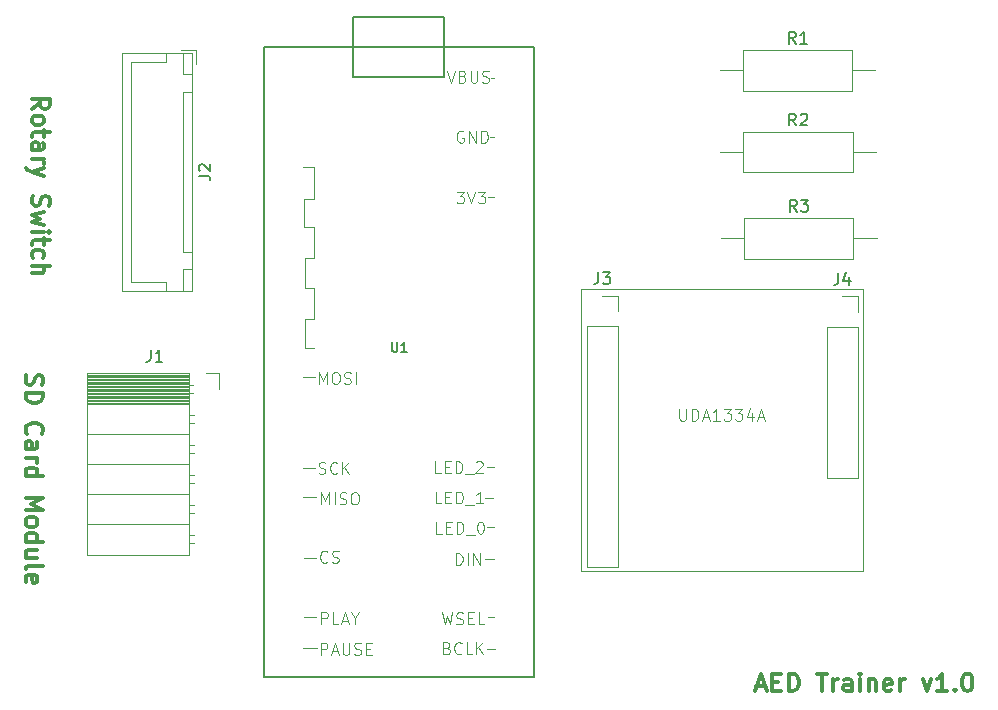
<source format=gbr>
%TF.GenerationSoftware,KiCad,Pcbnew,8.0.9-unknown-202502181922~c4009544a9~ubuntu24.04.1*%
%TF.CreationDate,2025-03-05T23:49:28+05:30*%
%TF.ProjectId,CircuitDesign_AEDTrainer,43697263-7569-4744-9465-7369676e5f41,rev?*%
%TF.SameCoordinates,Original*%
%TF.FileFunction,Legend,Top*%
%TF.FilePolarity,Positive*%
%FSLAX46Y46*%
G04 Gerber Fmt 4.6, Leading zero omitted, Abs format (unit mm)*
G04 Created by KiCad (PCBNEW 8.0.9-unknown-202502181922~c4009544a9~ubuntu24.04.1) date 2025-03-05 23:49:28*
%MOMM*%
%LPD*%
G01*
G04 APERTURE LIST*
%ADD10C,0.300000*%
%ADD11C,0.100000*%
%ADD12C,0.150000*%
%ADD13C,0.152400*%
%ADD14C,0.120000*%
G04 APERTURE END LIST*
D10*
X155558082Y-116822257D02*
X156272368Y-116822257D01*
X155415225Y-117250828D02*
X155915225Y-115750828D01*
X155915225Y-115750828D02*
X156415225Y-117250828D01*
X156915224Y-116465114D02*
X157415224Y-116465114D01*
X157629510Y-117250828D02*
X156915224Y-117250828D01*
X156915224Y-117250828D02*
X156915224Y-115750828D01*
X156915224Y-115750828D02*
X157629510Y-115750828D01*
X158272367Y-117250828D02*
X158272367Y-115750828D01*
X158272367Y-115750828D02*
X158629510Y-115750828D01*
X158629510Y-115750828D02*
X158843796Y-115822257D01*
X158843796Y-115822257D02*
X158986653Y-115965114D01*
X158986653Y-115965114D02*
X159058082Y-116107971D01*
X159058082Y-116107971D02*
X159129510Y-116393685D01*
X159129510Y-116393685D02*
X159129510Y-116607971D01*
X159129510Y-116607971D02*
X159058082Y-116893685D01*
X159058082Y-116893685D02*
X158986653Y-117036542D01*
X158986653Y-117036542D02*
X158843796Y-117179400D01*
X158843796Y-117179400D02*
X158629510Y-117250828D01*
X158629510Y-117250828D02*
X158272367Y-117250828D01*
X160700939Y-115750828D02*
X161558082Y-115750828D01*
X161129510Y-117250828D02*
X161129510Y-115750828D01*
X162058081Y-117250828D02*
X162058081Y-116250828D01*
X162058081Y-116536542D02*
X162129510Y-116393685D01*
X162129510Y-116393685D02*
X162200939Y-116322257D01*
X162200939Y-116322257D02*
X162343796Y-116250828D01*
X162343796Y-116250828D02*
X162486653Y-116250828D01*
X163629510Y-117250828D02*
X163629510Y-116465114D01*
X163629510Y-116465114D02*
X163558081Y-116322257D01*
X163558081Y-116322257D02*
X163415224Y-116250828D01*
X163415224Y-116250828D02*
X163129510Y-116250828D01*
X163129510Y-116250828D02*
X162986652Y-116322257D01*
X163629510Y-117179400D02*
X163486652Y-117250828D01*
X163486652Y-117250828D02*
X163129510Y-117250828D01*
X163129510Y-117250828D02*
X162986652Y-117179400D01*
X162986652Y-117179400D02*
X162915224Y-117036542D01*
X162915224Y-117036542D02*
X162915224Y-116893685D01*
X162915224Y-116893685D02*
X162986652Y-116750828D01*
X162986652Y-116750828D02*
X163129510Y-116679400D01*
X163129510Y-116679400D02*
X163486652Y-116679400D01*
X163486652Y-116679400D02*
X163629510Y-116607971D01*
X164343795Y-117250828D02*
X164343795Y-116250828D01*
X164343795Y-115750828D02*
X164272367Y-115822257D01*
X164272367Y-115822257D02*
X164343795Y-115893685D01*
X164343795Y-115893685D02*
X164415224Y-115822257D01*
X164415224Y-115822257D02*
X164343795Y-115750828D01*
X164343795Y-115750828D02*
X164343795Y-115893685D01*
X165058081Y-116250828D02*
X165058081Y-117250828D01*
X165058081Y-116393685D02*
X165129510Y-116322257D01*
X165129510Y-116322257D02*
X165272367Y-116250828D01*
X165272367Y-116250828D02*
X165486653Y-116250828D01*
X165486653Y-116250828D02*
X165629510Y-116322257D01*
X165629510Y-116322257D02*
X165700939Y-116465114D01*
X165700939Y-116465114D02*
X165700939Y-117250828D01*
X166986653Y-117179400D02*
X166843796Y-117250828D01*
X166843796Y-117250828D02*
X166558082Y-117250828D01*
X166558082Y-117250828D02*
X166415224Y-117179400D01*
X166415224Y-117179400D02*
X166343796Y-117036542D01*
X166343796Y-117036542D02*
X166343796Y-116465114D01*
X166343796Y-116465114D02*
X166415224Y-116322257D01*
X166415224Y-116322257D02*
X166558082Y-116250828D01*
X166558082Y-116250828D02*
X166843796Y-116250828D01*
X166843796Y-116250828D02*
X166986653Y-116322257D01*
X166986653Y-116322257D02*
X167058082Y-116465114D01*
X167058082Y-116465114D02*
X167058082Y-116607971D01*
X167058082Y-116607971D02*
X166343796Y-116750828D01*
X167700938Y-117250828D02*
X167700938Y-116250828D01*
X167700938Y-116536542D02*
X167772367Y-116393685D01*
X167772367Y-116393685D02*
X167843796Y-116322257D01*
X167843796Y-116322257D02*
X167986653Y-116250828D01*
X167986653Y-116250828D02*
X168129510Y-116250828D01*
X169629509Y-116250828D02*
X169986652Y-117250828D01*
X169986652Y-117250828D02*
X170343795Y-116250828D01*
X171700938Y-117250828D02*
X170843795Y-117250828D01*
X171272366Y-117250828D02*
X171272366Y-115750828D01*
X171272366Y-115750828D02*
X171129509Y-115965114D01*
X171129509Y-115965114D02*
X170986652Y-116107971D01*
X170986652Y-116107971D02*
X170843795Y-116179400D01*
X172343794Y-117107971D02*
X172415223Y-117179400D01*
X172415223Y-117179400D02*
X172343794Y-117250828D01*
X172343794Y-117250828D02*
X172272366Y-117179400D01*
X172272366Y-117179400D02*
X172343794Y-117107971D01*
X172343794Y-117107971D02*
X172343794Y-117250828D01*
X173343795Y-115750828D02*
X173486652Y-115750828D01*
X173486652Y-115750828D02*
X173629509Y-115822257D01*
X173629509Y-115822257D02*
X173700938Y-115893685D01*
X173700938Y-115893685D02*
X173772366Y-116036542D01*
X173772366Y-116036542D02*
X173843795Y-116322257D01*
X173843795Y-116322257D02*
X173843795Y-116679400D01*
X173843795Y-116679400D02*
X173772366Y-116965114D01*
X173772366Y-116965114D02*
X173700938Y-117107971D01*
X173700938Y-117107971D02*
X173629509Y-117179400D01*
X173629509Y-117179400D02*
X173486652Y-117250828D01*
X173486652Y-117250828D02*
X173343795Y-117250828D01*
X173343795Y-117250828D02*
X173200938Y-117179400D01*
X173200938Y-117179400D02*
X173129509Y-117107971D01*
X173129509Y-117107971D02*
X173058080Y-116965114D01*
X173058080Y-116965114D02*
X172986652Y-116679400D01*
X172986652Y-116679400D02*
X172986652Y-116322257D01*
X172986652Y-116322257D02*
X173058080Y-116036542D01*
X173058080Y-116036542D02*
X173129509Y-115893685D01*
X173129509Y-115893685D02*
X173200938Y-115822257D01*
X173200938Y-115822257D02*
X173343795Y-115750828D01*
X94224171Y-67936653D02*
X94938457Y-67436653D01*
X94224171Y-67079510D02*
X95724171Y-67079510D01*
X95724171Y-67079510D02*
X95724171Y-67650939D01*
X95724171Y-67650939D02*
X95652742Y-67793796D01*
X95652742Y-67793796D02*
X95581314Y-67865225D01*
X95581314Y-67865225D02*
X95438457Y-67936653D01*
X95438457Y-67936653D02*
X95224171Y-67936653D01*
X95224171Y-67936653D02*
X95081314Y-67865225D01*
X95081314Y-67865225D02*
X95009885Y-67793796D01*
X95009885Y-67793796D02*
X94938457Y-67650939D01*
X94938457Y-67650939D02*
X94938457Y-67079510D01*
X94224171Y-68793796D02*
X94295600Y-68650939D01*
X94295600Y-68650939D02*
X94367028Y-68579510D01*
X94367028Y-68579510D02*
X94509885Y-68508082D01*
X94509885Y-68508082D02*
X94938457Y-68508082D01*
X94938457Y-68508082D02*
X95081314Y-68579510D01*
X95081314Y-68579510D02*
X95152742Y-68650939D01*
X95152742Y-68650939D02*
X95224171Y-68793796D01*
X95224171Y-68793796D02*
X95224171Y-69008082D01*
X95224171Y-69008082D02*
X95152742Y-69150939D01*
X95152742Y-69150939D02*
X95081314Y-69222368D01*
X95081314Y-69222368D02*
X94938457Y-69293796D01*
X94938457Y-69293796D02*
X94509885Y-69293796D01*
X94509885Y-69293796D02*
X94367028Y-69222368D01*
X94367028Y-69222368D02*
X94295600Y-69150939D01*
X94295600Y-69150939D02*
X94224171Y-69008082D01*
X94224171Y-69008082D02*
X94224171Y-68793796D01*
X95224171Y-69722368D02*
X95224171Y-70293796D01*
X95724171Y-69936653D02*
X94438457Y-69936653D01*
X94438457Y-69936653D02*
X94295600Y-70008082D01*
X94295600Y-70008082D02*
X94224171Y-70150939D01*
X94224171Y-70150939D02*
X94224171Y-70293796D01*
X94224171Y-71436654D02*
X95009885Y-71436654D01*
X95009885Y-71436654D02*
X95152742Y-71365225D01*
X95152742Y-71365225D02*
X95224171Y-71222368D01*
X95224171Y-71222368D02*
X95224171Y-70936654D01*
X95224171Y-70936654D02*
X95152742Y-70793796D01*
X94295600Y-71436654D02*
X94224171Y-71293796D01*
X94224171Y-71293796D02*
X94224171Y-70936654D01*
X94224171Y-70936654D02*
X94295600Y-70793796D01*
X94295600Y-70793796D02*
X94438457Y-70722368D01*
X94438457Y-70722368D02*
X94581314Y-70722368D01*
X94581314Y-70722368D02*
X94724171Y-70793796D01*
X94724171Y-70793796D02*
X94795600Y-70936654D01*
X94795600Y-70936654D02*
X94795600Y-71293796D01*
X94795600Y-71293796D02*
X94867028Y-71436654D01*
X94224171Y-72150939D02*
X95224171Y-72150939D01*
X94938457Y-72150939D02*
X95081314Y-72222368D01*
X95081314Y-72222368D02*
X95152742Y-72293797D01*
X95152742Y-72293797D02*
X95224171Y-72436654D01*
X95224171Y-72436654D02*
X95224171Y-72579511D01*
X95224171Y-72936653D02*
X94224171Y-73293796D01*
X95224171Y-73650939D02*
X94224171Y-73293796D01*
X94224171Y-73293796D02*
X93867028Y-73150939D01*
X93867028Y-73150939D02*
X93795600Y-73079510D01*
X93795600Y-73079510D02*
X93724171Y-72936653D01*
X94295600Y-75293796D02*
X94224171Y-75508082D01*
X94224171Y-75508082D02*
X94224171Y-75865224D01*
X94224171Y-75865224D02*
X94295600Y-76008082D01*
X94295600Y-76008082D02*
X94367028Y-76079510D01*
X94367028Y-76079510D02*
X94509885Y-76150939D01*
X94509885Y-76150939D02*
X94652742Y-76150939D01*
X94652742Y-76150939D02*
X94795600Y-76079510D01*
X94795600Y-76079510D02*
X94867028Y-76008082D01*
X94867028Y-76008082D02*
X94938457Y-75865224D01*
X94938457Y-75865224D02*
X95009885Y-75579510D01*
X95009885Y-75579510D02*
X95081314Y-75436653D01*
X95081314Y-75436653D02*
X95152742Y-75365224D01*
X95152742Y-75365224D02*
X95295600Y-75293796D01*
X95295600Y-75293796D02*
X95438457Y-75293796D01*
X95438457Y-75293796D02*
X95581314Y-75365224D01*
X95581314Y-75365224D02*
X95652742Y-75436653D01*
X95652742Y-75436653D02*
X95724171Y-75579510D01*
X95724171Y-75579510D02*
X95724171Y-75936653D01*
X95724171Y-75936653D02*
X95652742Y-76150939D01*
X95224171Y-76650938D02*
X94224171Y-76936653D01*
X94224171Y-76936653D02*
X94938457Y-77222367D01*
X94938457Y-77222367D02*
X94224171Y-77508081D01*
X94224171Y-77508081D02*
X95224171Y-77793795D01*
X94224171Y-78365224D02*
X95224171Y-78365224D01*
X95724171Y-78365224D02*
X95652742Y-78293796D01*
X95652742Y-78293796D02*
X95581314Y-78365224D01*
X95581314Y-78365224D02*
X95652742Y-78436653D01*
X95652742Y-78436653D02*
X95724171Y-78365224D01*
X95724171Y-78365224D02*
X95581314Y-78365224D01*
X95224171Y-78865225D02*
X95224171Y-79436653D01*
X95724171Y-79079510D02*
X94438457Y-79079510D01*
X94438457Y-79079510D02*
X94295600Y-79150939D01*
X94295600Y-79150939D02*
X94224171Y-79293796D01*
X94224171Y-79293796D02*
X94224171Y-79436653D01*
X94295600Y-80579511D02*
X94224171Y-80436653D01*
X94224171Y-80436653D02*
X94224171Y-80150939D01*
X94224171Y-80150939D02*
X94295600Y-80008082D01*
X94295600Y-80008082D02*
X94367028Y-79936653D01*
X94367028Y-79936653D02*
X94509885Y-79865225D01*
X94509885Y-79865225D02*
X94938457Y-79865225D01*
X94938457Y-79865225D02*
X95081314Y-79936653D01*
X95081314Y-79936653D02*
X95152742Y-80008082D01*
X95152742Y-80008082D02*
X95224171Y-80150939D01*
X95224171Y-80150939D02*
X95224171Y-80436653D01*
X95224171Y-80436653D02*
X95152742Y-80579511D01*
X94224171Y-81222367D02*
X95724171Y-81222367D01*
X94224171Y-81865225D02*
X95009885Y-81865225D01*
X95009885Y-81865225D02*
X95152742Y-81793796D01*
X95152742Y-81793796D02*
X95224171Y-81650939D01*
X95224171Y-81650939D02*
X95224171Y-81436653D01*
X95224171Y-81436653D02*
X95152742Y-81293796D01*
X95152742Y-81293796D02*
X95081314Y-81222367D01*
X93745600Y-90458082D02*
X93674171Y-90672368D01*
X93674171Y-90672368D02*
X93674171Y-91029510D01*
X93674171Y-91029510D02*
X93745600Y-91172368D01*
X93745600Y-91172368D02*
X93817028Y-91243796D01*
X93817028Y-91243796D02*
X93959885Y-91315225D01*
X93959885Y-91315225D02*
X94102742Y-91315225D01*
X94102742Y-91315225D02*
X94245600Y-91243796D01*
X94245600Y-91243796D02*
X94317028Y-91172368D01*
X94317028Y-91172368D02*
X94388457Y-91029510D01*
X94388457Y-91029510D02*
X94459885Y-90743796D01*
X94459885Y-90743796D02*
X94531314Y-90600939D01*
X94531314Y-90600939D02*
X94602742Y-90529510D01*
X94602742Y-90529510D02*
X94745600Y-90458082D01*
X94745600Y-90458082D02*
X94888457Y-90458082D01*
X94888457Y-90458082D02*
X95031314Y-90529510D01*
X95031314Y-90529510D02*
X95102742Y-90600939D01*
X95102742Y-90600939D02*
X95174171Y-90743796D01*
X95174171Y-90743796D02*
X95174171Y-91100939D01*
X95174171Y-91100939D02*
X95102742Y-91315225D01*
X93674171Y-91958081D02*
X95174171Y-91958081D01*
X95174171Y-91958081D02*
X95174171Y-92315224D01*
X95174171Y-92315224D02*
X95102742Y-92529510D01*
X95102742Y-92529510D02*
X94959885Y-92672367D01*
X94959885Y-92672367D02*
X94817028Y-92743796D01*
X94817028Y-92743796D02*
X94531314Y-92815224D01*
X94531314Y-92815224D02*
X94317028Y-92815224D01*
X94317028Y-92815224D02*
X94031314Y-92743796D01*
X94031314Y-92743796D02*
X93888457Y-92672367D01*
X93888457Y-92672367D02*
X93745600Y-92529510D01*
X93745600Y-92529510D02*
X93674171Y-92315224D01*
X93674171Y-92315224D02*
X93674171Y-91958081D01*
X93817028Y-95458081D02*
X93745600Y-95386653D01*
X93745600Y-95386653D02*
X93674171Y-95172367D01*
X93674171Y-95172367D02*
X93674171Y-95029510D01*
X93674171Y-95029510D02*
X93745600Y-94815224D01*
X93745600Y-94815224D02*
X93888457Y-94672367D01*
X93888457Y-94672367D02*
X94031314Y-94600938D01*
X94031314Y-94600938D02*
X94317028Y-94529510D01*
X94317028Y-94529510D02*
X94531314Y-94529510D01*
X94531314Y-94529510D02*
X94817028Y-94600938D01*
X94817028Y-94600938D02*
X94959885Y-94672367D01*
X94959885Y-94672367D02*
X95102742Y-94815224D01*
X95102742Y-94815224D02*
X95174171Y-95029510D01*
X95174171Y-95029510D02*
X95174171Y-95172367D01*
X95174171Y-95172367D02*
X95102742Y-95386653D01*
X95102742Y-95386653D02*
X95031314Y-95458081D01*
X93674171Y-96743796D02*
X94459885Y-96743796D01*
X94459885Y-96743796D02*
X94602742Y-96672367D01*
X94602742Y-96672367D02*
X94674171Y-96529510D01*
X94674171Y-96529510D02*
X94674171Y-96243796D01*
X94674171Y-96243796D02*
X94602742Y-96100938D01*
X93745600Y-96743796D02*
X93674171Y-96600938D01*
X93674171Y-96600938D02*
X93674171Y-96243796D01*
X93674171Y-96243796D02*
X93745600Y-96100938D01*
X93745600Y-96100938D02*
X93888457Y-96029510D01*
X93888457Y-96029510D02*
X94031314Y-96029510D01*
X94031314Y-96029510D02*
X94174171Y-96100938D01*
X94174171Y-96100938D02*
X94245600Y-96243796D01*
X94245600Y-96243796D02*
X94245600Y-96600938D01*
X94245600Y-96600938D02*
X94317028Y-96743796D01*
X93674171Y-97458081D02*
X94674171Y-97458081D01*
X94388457Y-97458081D02*
X94531314Y-97529510D01*
X94531314Y-97529510D02*
X94602742Y-97600939D01*
X94602742Y-97600939D02*
X94674171Y-97743796D01*
X94674171Y-97743796D02*
X94674171Y-97886653D01*
X93674171Y-99029510D02*
X95174171Y-99029510D01*
X93745600Y-99029510D02*
X93674171Y-98886652D01*
X93674171Y-98886652D02*
X93674171Y-98600938D01*
X93674171Y-98600938D02*
X93745600Y-98458081D01*
X93745600Y-98458081D02*
X93817028Y-98386652D01*
X93817028Y-98386652D02*
X93959885Y-98315224D01*
X93959885Y-98315224D02*
X94388457Y-98315224D01*
X94388457Y-98315224D02*
X94531314Y-98386652D01*
X94531314Y-98386652D02*
X94602742Y-98458081D01*
X94602742Y-98458081D02*
X94674171Y-98600938D01*
X94674171Y-98600938D02*
X94674171Y-98886652D01*
X94674171Y-98886652D02*
X94602742Y-99029510D01*
X93674171Y-100886652D02*
X95174171Y-100886652D01*
X95174171Y-100886652D02*
X94102742Y-101386652D01*
X94102742Y-101386652D02*
X95174171Y-101886652D01*
X95174171Y-101886652D02*
X93674171Y-101886652D01*
X93674171Y-102815224D02*
X93745600Y-102672367D01*
X93745600Y-102672367D02*
X93817028Y-102600938D01*
X93817028Y-102600938D02*
X93959885Y-102529510D01*
X93959885Y-102529510D02*
X94388457Y-102529510D01*
X94388457Y-102529510D02*
X94531314Y-102600938D01*
X94531314Y-102600938D02*
X94602742Y-102672367D01*
X94602742Y-102672367D02*
X94674171Y-102815224D01*
X94674171Y-102815224D02*
X94674171Y-103029510D01*
X94674171Y-103029510D02*
X94602742Y-103172367D01*
X94602742Y-103172367D02*
X94531314Y-103243796D01*
X94531314Y-103243796D02*
X94388457Y-103315224D01*
X94388457Y-103315224D02*
X93959885Y-103315224D01*
X93959885Y-103315224D02*
X93817028Y-103243796D01*
X93817028Y-103243796D02*
X93745600Y-103172367D01*
X93745600Y-103172367D02*
X93674171Y-103029510D01*
X93674171Y-103029510D02*
X93674171Y-102815224D01*
X93674171Y-104600939D02*
X95174171Y-104600939D01*
X93745600Y-104600939D02*
X93674171Y-104458081D01*
X93674171Y-104458081D02*
X93674171Y-104172367D01*
X93674171Y-104172367D02*
X93745600Y-104029510D01*
X93745600Y-104029510D02*
X93817028Y-103958081D01*
X93817028Y-103958081D02*
X93959885Y-103886653D01*
X93959885Y-103886653D02*
X94388457Y-103886653D01*
X94388457Y-103886653D02*
X94531314Y-103958081D01*
X94531314Y-103958081D02*
X94602742Y-104029510D01*
X94602742Y-104029510D02*
X94674171Y-104172367D01*
X94674171Y-104172367D02*
X94674171Y-104458081D01*
X94674171Y-104458081D02*
X94602742Y-104600939D01*
X94674171Y-105958082D02*
X93674171Y-105958082D01*
X94674171Y-105315224D02*
X93888457Y-105315224D01*
X93888457Y-105315224D02*
X93745600Y-105386653D01*
X93745600Y-105386653D02*
X93674171Y-105529510D01*
X93674171Y-105529510D02*
X93674171Y-105743796D01*
X93674171Y-105743796D02*
X93745600Y-105886653D01*
X93745600Y-105886653D02*
X93817028Y-105958082D01*
X93674171Y-106886653D02*
X93745600Y-106743796D01*
X93745600Y-106743796D02*
X93888457Y-106672367D01*
X93888457Y-106672367D02*
X95174171Y-106672367D01*
X93745600Y-108029510D02*
X93674171Y-107886653D01*
X93674171Y-107886653D02*
X93674171Y-107600939D01*
X93674171Y-107600939D02*
X93745600Y-107458081D01*
X93745600Y-107458081D02*
X93888457Y-107386653D01*
X93888457Y-107386653D02*
X94459885Y-107386653D01*
X94459885Y-107386653D02*
X94602742Y-107458081D01*
X94602742Y-107458081D02*
X94674171Y-107600939D01*
X94674171Y-107600939D02*
X94674171Y-107886653D01*
X94674171Y-107886653D02*
X94602742Y-108029510D01*
X94602742Y-108029510D02*
X94459885Y-108100939D01*
X94459885Y-108100939D02*
X94317028Y-108100939D01*
X94317028Y-108100939D02*
X94174171Y-107386653D01*
D11*
X149028884Y-93322419D02*
X149028884Y-94131942D01*
X149028884Y-94131942D02*
X149076503Y-94227180D01*
X149076503Y-94227180D02*
X149124122Y-94274800D01*
X149124122Y-94274800D02*
X149219360Y-94322419D01*
X149219360Y-94322419D02*
X149409836Y-94322419D01*
X149409836Y-94322419D02*
X149505074Y-94274800D01*
X149505074Y-94274800D02*
X149552693Y-94227180D01*
X149552693Y-94227180D02*
X149600312Y-94131942D01*
X149600312Y-94131942D02*
X149600312Y-93322419D01*
X150076503Y-94322419D02*
X150076503Y-93322419D01*
X150076503Y-93322419D02*
X150314598Y-93322419D01*
X150314598Y-93322419D02*
X150457455Y-93370038D01*
X150457455Y-93370038D02*
X150552693Y-93465276D01*
X150552693Y-93465276D02*
X150600312Y-93560514D01*
X150600312Y-93560514D02*
X150647931Y-93750990D01*
X150647931Y-93750990D02*
X150647931Y-93893847D01*
X150647931Y-93893847D02*
X150600312Y-94084323D01*
X150600312Y-94084323D02*
X150552693Y-94179561D01*
X150552693Y-94179561D02*
X150457455Y-94274800D01*
X150457455Y-94274800D02*
X150314598Y-94322419D01*
X150314598Y-94322419D02*
X150076503Y-94322419D01*
X151028884Y-94036704D02*
X151505074Y-94036704D01*
X150933646Y-94322419D02*
X151266979Y-93322419D01*
X151266979Y-93322419D02*
X151600312Y-94322419D01*
X152457455Y-94322419D02*
X151886027Y-94322419D01*
X152171741Y-94322419D02*
X152171741Y-93322419D01*
X152171741Y-93322419D02*
X152076503Y-93465276D01*
X152076503Y-93465276D02*
X151981265Y-93560514D01*
X151981265Y-93560514D02*
X151886027Y-93608133D01*
X152790789Y-93322419D02*
X153409836Y-93322419D01*
X153409836Y-93322419D02*
X153076503Y-93703371D01*
X153076503Y-93703371D02*
X153219360Y-93703371D01*
X153219360Y-93703371D02*
X153314598Y-93750990D01*
X153314598Y-93750990D02*
X153362217Y-93798609D01*
X153362217Y-93798609D02*
X153409836Y-93893847D01*
X153409836Y-93893847D02*
X153409836Y-94131942D01*
X153409836Y-94131942D02*
X153362217Y-94227180D01*
X153362217Y-94227180D02*
X153314598Y-94274800D01*
X153314598Y-94274800D02*
X153219360Y-94322419D01*
X153219360Y-94322419D02*
X152933646Y-94322419D01*
X152933646Y-94322419D02*
X152838408Y-94274800D01*
X152838408Y-94274800D02*
X152790789Y-94227180D01*
X153743170Y-93322419D02*
X154362217Y-93322419D01*
X154362217Y-93322419D02*
X154028884Y-93703371D01*
X154028884Y-93703371D02*
X154171741Y-93703371D01*
X154171741Y-93703371D02*
X154266979Y-93750990D01*
X154266979Y-93750990D02*
X154314598Y-93798609D01*
X154314598Y-93798609D02*
X154362217Y-93893847D01*
X154362217Y-93893847D02*
X154362217Y-94131942D01*
X154362217Y-94131942D02*
X154314598Y-94227180D01*
X154314598Y-94227180D02*
X154266979Y-94274800D01*
X154266979Y-94274800D02*
X154171741Y-94322419D01*
X154171741Y-94322419D02*
X153886027Y-94322419D01*
X153886027Y-94322419D02*
X153790789Y-94274800D01*
X153790789Y-94274800D02*
X153743170Y-94227180D01*
X155219360Y-93655752D02*
X155219360Y-94322419D01*
X154981265Y-93274800D02*
X154743170Y-93989085D01*
X154743170Y-93989085D02*
X155362217Y-93989085D01*
X155695551Y-94036704D02*
X156171741Y-94036704D01*
X155600313Y-94322419D02*
X155933646Y-93322419D01*
X155933646Y-93322419D02*
X156266979Y-94322419D01*
X140700000Y-83225000D02*
X164575000Y-83225000D01*
X164575000Y-107100000D01*
X140700000Y-107100000D01*
X140700000Y-83225000D01*
D12*
X124701274Y-87710265D02*
X124701274Y-88347686D01*
X124701274Y-88347686D02*
X124738770Y-88422676D01*
X124738770Y-88422676D02*
X124776265Y-88460172D01*
X124776265Y-88460172D02*
X124851256Y-88497667D01*
X124851256Y-88497667D02*
X125001237Y-88497667D01*
X125001237Y-88497667D02*
X125076228Y-88460172D01*
X125076228Y-88460172D02*
X125113723Y-88422676D01*
X125113723Y-88422676D02*
X125151218Y-88347686D01*
X125151218Y-88347686D02*
X125151218Y-87710265D01*
X125938620Y-88497667D02*
X125488676Y-88497667D01*
X125713648Y-88497667D02*
X125713648Y-87710265D01*
X125713648Y-87710265D02*
X125638657Y-87822751D01*
X125638657Y-87822751D02*
X125563667Y-87897742D01*
X125563667Y-87897742D02*
X125488676Y-87935237D01*
D11*
X128851274Y-98773619D02*
X128375084Y-98773619D01*
X128375084Y-98773619D02*
X128375084Y-97773619D01*
X129184608Y-98249809D02*
X129517941Y-98249809D01*
X129660798Y-98773619D02*
X129184608Y-98773619D01*
X129184608Y-98773619D02*
X129184608Y-97773619D01*
X129184608Y-97773619D02*
X129660798Y-97773619D01*
X130089370Y-98773619D02*
X130089370Y-97773619D01*
X130089370Y-97773619D02*
X130327465Y-97773619D01*
X130327465Y-97773619D02*
X130470322Y-97821238D01*
X130470322Y-97821238D02*
X130565560Y-97916476D01*
X130565560Y-97916476D02*
X130613179Y-98011714D01*
X130613179Y-98011714D02*
X130660798Y-98202190D01*
X130660798Y-98202190D02*
X130660798Y-98345047D01*
X130660798Y-98345047D02*
X130613179Y-98535523D01*
X130613179Y-98535523D02*
X130565560Y-98630761D01*
X130565560Y-98630761D02*
X130470322Y-98726000D01*
X130470322Y-98726000D02*
X130327465Y-98773619D01*
X130327465Y-98773619D02*
X130089370Y-98773619D01*
X130851275Y-98868857D02*
X131613179Y-98868857D01*
X131803656Y-97868857D02*
X131851275Y-97821238D01*
X131851275Y-97821238D02*
X131946513Y-97773619D01*
X131946513Y-97773619D02*
X132184608Y-97773619D01*
X132184608Y-97773619D02*
X132279846Y-97821238D01*
X132279846Y-97821238D02*
X132327465Y-97868857D01*
X132327465Y-97868857D02*
X132375084Y-97964095D01*
X132375084Y-97964095D02*
X132375084Y-98059333D01*
X132375084Y-98059333D02*
X132327465Y-98202190D01*
X132327465Y-98202190D02*
X131756037Y-98773619D01*
X131756037Y-98773619D02*
X132375084Y-98773619D01*
X118497465Y-98786000D02*
X118640322Y-98833619D01*
X118640322Y-98833619D02*
X118878417Y-98833619D01*
X118878417Y-98833619D02*
X118973655Y-98786000D01*
X118973655Y-98786000D02*
X119021274Y-98738380D01*
X119021274Y-98738380D02*
X119068893Y-98643142D01*
X119068893Y-98643142D02*
X119068893Y-98547904D01*
X119068893Y-98547904D02*
X119021274Y-98452666D01*
X119021274Y-98452666D02*
X118973655Y-98405047D01*
X118973655Y-98405047D02*
X118878417Y-98357428D01*
X118878417Y-98357428D02*
X118687941Y-98309809D01*
X118687941Y-98309809D02*
X118592703Y-98262190D01*
X118592703Y-98262190D02*
X118545084Y-98214571D01*
X118545084Y-98214571D02*
X118497465Y-98119333D01*
X118497465Y-98119333D02*
X118497465Y-98024095D01*
X118497465Y-98024095D02*
X118545084Y-97928857D01*
X118545084Y-97928857D02*
X118592703Y-97881238D01*
X118592703Y-97881238D02*
X118687941Y-97833619D01*
X118687941Y-97833619D02*
X118926036Y-97833619D01*
X118926036Y-97833619D02*
X119068893Y-97881238D01*
X120068893Y-98738380D02*
X120021274Y-98786000D01*
X120021274Y-98786000D02*
X119878417Y-98833619D01*
X119878417Y-98833619D02*
X119783179Y-98833619D01*
X119783179Y-98833619D02*
X119640322Y-98786000D01*
X119640322Y-98786000D02*
X119545084Y-98690761D01*
X119545084Y-98690761D02*
X119497465Y-98595523D01*
X119497465Y-98595523D02*
X119449846Y-98405047D01*
X119449846Y-98405047D02*
X119449846Y-98262190D01*
X119449846Y-98262190D02*
X119497465Y-98071714D01*
X119497465Y-98071714D02*
X119545084Y-97976476D01*
X119545084Y-97976476D02*
X119640322Y-97881238D01*
X119640322Y-97881238D02*
X119783179Y-97833619D01*
X119783179Y-97833619D02*
X119878417Y-97833619D01*
X119878417Y-97833619D02*
X120021274Y-97881238D01*
X120021274Y-97881238D02*
X120068893Y-97928857D01*
X120497465Y-98833619D02*
X120497465Y-97833619D01*
X121068893Y-98833619D02*
X120640322Y-98262190D01*
X121068893Y-97833619D02*
X120497465Y-98405047D01*
X129358417Y-113579809D02*
X129501274Y-113627428D01*
X129501274Y-113627428D02*
X129548893Y-113675047D01*
X129548893Y-113675047D02*
X129596512Y-113770285D01*
X129596512Y-113770285D02*
X129596512Y-113913142D01*
X129596512Y-113913142D02*
X129548893Y-114008380D01*
X129548893Y-114008380D02*
X129501274Y-114056000D01*
X129501274Y-114056000D02*
X129406036Y-114103619D01*
X129406036Y-114103619D02*
X129025084Y-114103619D01*
X129025084Y-114103619D02*
X129025084Y-113103619D01*
X129025084Y-113103619D02*
X129358417Y-113103619D01*
X129358417Y-113103619D02*
X129453655Y-113151238D01*
X129453655Y-113151238D02*
X129501274Y-113198857D01*
X129501274Y-113198857D02*
X129548893Y-113294095D01*
X129548893Y-113294095D02*
X129548893Y-113389333D01*
X129548893Y-113389333D02*
X129501274Y-113484571D01*
X129501274Y-113484571D02*
X129453655Y-113532190D01*
X129453655Y-113532190D02*
X129358417Y-113579809D01*
X129358417Y-113579809D02*
X129025084Y-113579809D01*
X130596512Y-114008380D02*
X130548893Y-114056000D01*
X130548893Y-114056000D02*
X130406036Y-114103619D01*
X130406036Y-114103619D02*
X130310798Y-114103619D01*
X130310798Y-114103619D02*
X130167941Y-114056000D01*
X130167941Y-114056000D02*
X130072703Y-113960761D01*
X130072703Y-113960761D02*
X130025084Y-113865523D01*
X130025084Y-113865523D02*
X129977465Y-113675047D01*
X129977465Y-113675047D02*
X129977465Y-113532190D01*
X129977465Y-113532190D02*
X130025084Y-113341714D01*
X130025084Y-113341714D02*
X130072703Y-113246476D01*
X130072703Y-113246476D02*
X130167941Y-113151238D01*
X130167941Y-113151238D02*
X130310798Y-113103619D01*
X130310798Y-113103619D02*
X130406036Y-113103619D01*
X130406036Y-113103619D02*
X130548893Y-113151238D01*
X130548893Y-113151238D02*
X130596512Y-113198857D01*
X131501274Y-114103619D02*
X131025084Y-114103619D01*
X131025084Y-114103619D02*
X131025084Y-113103619D01*
X131834608Y-114103619D02*
X131834608Y-113103619D01*
X132406036Y-114103619D02*
X131977465Y-113532190D01*
X132406036Y-113103619D02*
X131834608Y-113675047D01*
X119236512Y-106268380D02*
X119188893Y-106316000D01*
X119188893Y-106316000D02*
X119046036Y-106363619D01*
X119046036Y-106363619D02*
X118950798Y-106363619D01*
X118950798Y-106363619D02*
X118807941Y-106316000D01*
X118807941Y-106316000D02*
X118712703Y-106220761D01*
X118712703Y-106220761D02*
X118665084Y-106125523D01*
X118665084Y-106125523D02*
X118617465Y-105935047D01*
X118617465Y-105935047D02*
X118617465Y-105792190D01*
X118617465Y-105792190D02*
X118665084Y-105601714D01*
X118665084Y-105601714D02*
X118712703Y-105506476D01*
X118712703Y-105506476D02*
X118807941Y-105411238D01*
X118807941Y-105411238D02*
X118950798Y-105363619D01*
X118950798Y-105363619D02*
X119046036Y-105363619D01*
X119046036Y-105363619D02*
X119188893Y-105411238D01*
X119188893Y-105411238D02*
X119236512Y-105458857D01*
X119617465Y-106316000D02*
X119760322Y-106363619D01*
X119760322Y-106363619D02*
X119998417Y-106363619D01*
X119998417Y-106363619D02*
X120093655Y-106316000D01*
X120093655Y-106316000D02*
X120141274Y-106268380D01*
X120141274Y-106268380D02*
X120188893Y-106173142D01*
X120188893Y-106173142D02*
X120188893Y-106077904D01*
X120188893Y-106077904D02*
X120141274Y-105982666D01*
X120141274Y-105982666D02*
X120093655Y-105935047D01*
X120093655Y-105935047D02*
X119998417Y-105887428D01*
X119998417Y-105887428D02*
X119807941Y-105839809D01*
X119807941Y-105839809D02*
X119712703Y-105792190D01*
X119712703Y-105792190D02*
X119665084Y-105744571D01*
X119665084Y-105744571D02*
X119617465Y-105649333D01*
X119617465Y-105649333D02*
X119617465Y-105554095D01*
X119617465Y-105554095D02*
X119665084Y-105458857D01*
X119665084Y-105458857D02*
X119712703Y-105411238D01*
X119712703Y-105411238D02*
X119807941Y-105363619D01*
X119807941Y-105363619D02*
X120046036Y-105363619D01*
X120046036Y-105363619D02*
X120188893Y-105411238D01*
X129352227Y-64713619D02*
X129685560Y-65713619D01*
X129685560Y-65713619D02*
X130018893Y-64713619D01*
X130685560Y-65189809D02*
X130828417Y-65237428D01*
X130828417Y-65237428D02*
X130876036Y-65285047D01*
X130876036Y-65285047D02*
X130923655Y-65380285D01*
X130923655Y-65380285D02*
X130923655Y-65523142D01*
X130923655Y-65523142D02*
X130876036Y-65618380D01*
X130876036Y-65618380D02*
X130828417Y-65666000D01*
X130828417Y-65666000D02*
X130733179Y-65713619D01*
X130733179Y-65713619D02*
X130352227Y-65713619D01*
X130352227Y-65713619D02*
X130352227Y-64713619D01*
X130352227Y-64713619D02*
X130685560Y-64713619D01*
X130685560Y-64713619D02*
X130780798Y-64761238D01*
X130780798Y-64761238D02*
X130828417Y-64808857D01*
X130828417Y-64808857D02*
X130876036Y-64904095D01*
X130876036Y-64904095D02*
X130876036Y-64999333D01*
X130876036Y-64999333D02*
X130828417Y-65094571D01*
X130828417Y-65094571D02*
X130780798Y-65142190D01*
X130780798Y-65142190D02*
X130685560Y-65189809D01*
X130685560Y-65189809D02*
X130352227Y-65189809D01*
X131352227Y-64713619D02*
X131352227Y-65523142D01*
X131352227Y-65523142D02*
X131399846Y-65618380D01*
X131399846Y-65618380D02*
X131447465Y-65666000D01*
X131447465Y-65666000D02*
X131542703Y-65713619D01*
X131542703Y-65713619D02*
X131733179Y-65713619D01*
X131733179Y-65713619D02*
X131828417Y-65666000D01*
X131828417Y-65666000D02*
X131876036Y-65618380D01*
X131876036Y-65618380D02*
X131923655Y-65523142D01*
X131923655Y-65523142D02*
X131923655Y-64713619D01*
X132352227Y-65666000D02*
X132495084Y-65713619D01*
X132495084Y-65713619D02*
X132733179Y-65713619D01*
X132733179Y-65713619D02*
X132828417Y-65666000D01*
X132828417Y-65666000D02*
X132876036Y-65618380D01*
X132876036Y-65618380D02*
X132923655Y-65523142D01*
X132923655Y-65523142D02*
X132923655Y-65427904D01*
X132923655Y-65427904D02*
X132876036Y-65332666D01*
X132876036Y-65332666D02*
X132828417Y-65285047D01*
X132828417Y-65285047D02*
X132733179Y-65237428D01*
X132733179Y-65237428D02*
X132542703Y-65189809D01*
X132542703Y-65189809D02*
X132447465Y-65142190D01*
X132447465Y-65142190D02*
X132399846Y-65094571D01*
X132399846Y-65094571D02*
X132352227Y-64999333D01*
X132352227Y-64999333D02*
X132352227Y-64904095D01*
X132352227Y-64904095D02*
X132399846Y-64808857D01*
X132399846Y-64808857D02*
X132447465Y-64761238D01*
X132447465Y-64761238D02*
X132542703Y-64713619D01*
X132542703Y-64713619D02*
X132780798Y-64713619D01*
X132780798Y-64713619D02*
X132923655Y-64761238D01*
X118505084Y-91233619D02*
X118505084Y-90233619D01*
X118505084Y-90233619D02*
X118838417Y-90947904D01*
X118838417Y-90947904D02*
X119171750Y-90233619D01*
X119171750Y-90233619D02*
X119171750Y-91233619D01*
X119838417Y-90233619D02*
X120028893Y-90233619D01*
X120028893Y-90233619D02*
X120124131Y-90281238D01*
X120124131Y-90281238D02*
X120219369Y-90376476D01*
X120219369Y-90376476D02*
X120266988Y-90566952D01*
X120266988Y-90566952D02*
X120266988Y-90900285D01*
X120266988Y-90900285D02*
X120219369Y-91090761D01*
X120219369Y-91090761D02*
X120124131Y-91186000D01*
X120124131Y-91186000D02*
X120028893Y-91233619D01*
X120028893Y-91233619D02*
X119838417Y-91233619D01*
X119838417Y-91233619D02*
X119743179Y-91186000D01*
X119743179Y-91186000D02*
X119647941Y-91090761D01*
X119647941Y-91090761D02*
X119600322Y-90900285D01*
X119600322Y-90900285D02*
X119600322Y-90566952D01*
X119600322Y-90566952D02*
X119647941Y-90376476D01*
X119647941Y-90376476D02*
X119743179Y-90281238D01*
X119743179Y-90281238D02*
X119838417Y-90233619D01*
X120647941Y-91186000D02*
X120790798Y-91233619D01*
X120790798Y-91233619D02*
X121028893Y-91233619D01*
X121028893Y-91233619D02*
X121124131Y-91186000D01*
X121124131Y-91186000D02*
X121171750Y-91138380D01*
X121171750Y-91138380D02*
X121219369Y-91043142D01*
X121219369Y-91043142D02*
X121219369Y-90947904D01*
X121219369Y-90947904D02*
X121171750Y-90852666D01*
X121171750Y-90852666D02*
X121124131Y-90805047D01*
X121124131Y-90805047D02*
X121028893Y-90757428D01*
X121028893Y-90757428D02*
X120838417Y-90709809D01*
X120838417Y-90709809D02*
X120743179Y-90662190D01*
X120743179Y-90662190D02*
X120695560Y-90614571D01*
X120695560Y-90614571D02*
X120647941Y-90519333D01*
X120647941Y-90519333D02*
X120647941Y-90424095D01*
X120647941Y-90424095D02*
X120695560Y-90328857D01*
X120695560Y-90328857D02*
X120743179Y-90281238D01*
X120743179Y-90281238D02*
X120838417Y-90233619D01*
X120838417Y-90233619D02*
X121076512Y-90233619D01*
X121076512Y-90233619D02*
X121219369Y-90281238D01*
X121647941Y-91233619D02*
X121647941Y-90233619D01*
X128941274Y-103893619D02*
X128465084Y-103893619D01*
X128465084Y-103893619D02*
X128465084Y-102893619D01*
X129274608Y-103369809D02*
X129607941Y-103369809D01*
X129750798Y-103893619D02*
X129274608Y-103893619D01*
X129274608Y-103893619D02*
X129274608Y-102893619D01*
X129274608Y-102893619D02*
X129750798Y-102893619D01*
X130179370Y-103893619D02*
X130179370Y-102893619D01*
X130179370Y-102893619D02*
X130417465Y-102893619D01*
X130417465Y-102893619D02*
X130560322Y-102941238D01*
X130560322Y-102941238D02*
X130655560Y-103036476D01*
X130655560Y-103036476D02*
X130703179Y-103131714D01*
X130703179Y-103131714D02*
X130750798Y-103322190D01*
X130750798Y-103322190D02*
X130750798Y-103465047D01*
X130750798Y-103465047D02*
X130703179Y-103655523D01*
X130703179Y-103655523D02*
X130655560Y-103750761D01*
X130655560Y-103750761D02*
X130560322Y-103846000D01*
X130560322Y-103846000D02*
X130417465Y-103893619D01*
X130417465Y-103893619D02*
X130179370Y-103893619D01*
X130941275Y-103988857D02*
X131703179Y-103988857D01*
X132131751Y-102893619D02*
X132226989Y-102893619D01*
X132226989Y-102893619D02*
X132322227Y-102941238D01*
X132322227Y-102941238D02*
X132369846Y-102988857D01*
X132369846Y-102988857D02*
X132417465Y-103084095D01*
X132417465Y-103084095D02*
X132465084Y-103274571D01*
X132465084Y-103274571D02*
X132465084Y-103512666D01*
X132465084Y-103512666D02*
X132417465Y-103703142D01*
X132417465Y-103703142D02*
X132369846Y-103798380D01*
X132369846Y-103798380D02*
X132322227Y-103846000D01*
X132322227Y-103846000D02*
X132226989Y-103893619D01*
X132226989Y-103893619D02*
X132131751Y-103893619D01*
X132131751Y-103893619D02*
X132036513Y-103846000D01*
X132036513Y-103846000D02*
X131988894Y-103798380D01*
X131988894Y-103798380D02*
X131941275Y-103703142D01*
X131941275Y-103703142D02*
X131893656Y-103512666D01*
X131893656Y-103512666D02*
X131893656Y-103274571D01*
X131893656Y-103274571D02*
X131941275Y-103084095D01*
X131941275Y-103084095D02*
X131988894Y-102988857D01*
X131988894Y-102988857D02*
X132036513Y-102941238D01*
X132036513Y-102941238D02*
X132131751Y-102893619D01*
X130105084Y-106563619D02*
X130105084Y-105563619D01*
X130105084Y-105563619D02*
X130343179Y-105563619D01*
X130343179Y-105563619D02*
X130486036Y-105611238D01*
X130486036Y-105611238D02*
X130581274Y-105706476D01*
X130581274Y-105706476D02*
X130628893Y-105801714D01*
X130628893Y-105801714D02*
X130676512Y-105992190D01*
X130676512Y-105992190D02*
X130676512Y-106135047D01*
X130676512Y-106135047D02*
X130628893Y-106325523D01*
X130628893Y-106325523D02*
X130581274Y-106420761D01*
X130581274Y-106420761D02*
X130486036Y-106516000D01*
X130486036Y-106516000D02*
X130343179Y-106563619D01*
X130343179Y-106563619D02*
X130105084Y-106563619D01*
X131105084Y-106563619D02*
X131105084Y-105563619D01*
X131581274Y-106563619D02*
X131581274Y-105563619D01*
X131581274Y-105563619D02*
X132152702Y-106563619D01*
X132152702Y-106563619D02*
X132152702Y-105563619D01*
X118695084Y-101413619D02*
X118695084Y-100413619D01*
X118695084Y-100413619D02*
X119028417Y-101127904D01*
X119028417Y-101127904D02*
X119361750Y-100413619D01*
X119361750Y-100413619D02*
X119361750Y-101413619D01*
X119837941Y-101413619D02*
X119837941Y-100413619D01*
X120266512Y-101366000D02*
X120409369Y-101413619D01*
X120409369Y-101413619D02*
X120647464Y-101413619D01*
X120647464Y-101413619D02*
X120742702Y-101366000D01*
X120742702Y-101366000D02*
X120790321Y-101318380D01*
X120790321Y-101318380D02*
X120837940Y-101223142D01*
X120837940Y-101223142D02*
X120837940Y-101127904D01*
X120837940Y-101127904D02*
X120790321Y-101032666D01*
X120790321Y-101032666D02*
X120742702Y-100985047D01*
X120742702Y-100985047D02*
X120647464Y-100937428D01*
X120647464Y-100937428D02*
X120456988Y-100889809D01*
X120456988Y-100889809D02*
X120361750Y-100842190D01*
X120361750Y-100842190D02*
X120314131Y-100794571D01*
X120314131Y-100794571D02*
X120266512Y-100699333D01*
X120266512Y-100699333D02*
X120266512Y-100604095D01*
X120266512Y-100604095D02*
X120314131Y-100508857D01*
X120314131Y-100508857D02*
X120361750Y-100461238D01*
X120361750Y-100461238D02*
X120456988Y-100413619D01*
X120456988Y-100413619D02*
X120695083Y-100413619D01*
X120695083Y-100413619D02*
X120837940Y-100461238D01*
X121456988Y-100413619D02*
X121647464Y-100413619D01*
X121647464Y-100413619D02*
X121742702Y-100461238D01*
X121742702Y-100461238D02*
X121837940Y-100556476D01*
X121837940Y-100556476D02*
X121885559Y-100746952D01*
X121885559Y-100746952D02*
X121885559Y-101080285D01*
X121885559Y-101080285D02*
X121837940Y-101270761D01*
X121837940Y-101270761D02*
X121742702Y-101366000D01*
X121742702Y-101366000D02*
X121647464Y-101413619D01*
X121647464Y-101413619D02*
X121456988Y-101413619D01*
X121456988Y-101413619D02*
X121361750Y-101366000D01*
X121361750Y-101366000D02*
X121266512Y-101270761D01*
X121266512Y-101270761D02*
X121218893Y-101080285D01*
X121218893Y-101080285D02*
X121218893Y-100746952D01*
X121218893Y-100746952D02*
X121266512Y-100556476D01*
X121266512Y-100556476D02*
X121361750Y-100461238D01*
X121361750Y-100461238D02*
X121456988Y-100413619D01*
X130169846Y-74943619D02*
X130788893Y-74943619D01*
X130788893Y-74943619D02*
X130455560Y-75324571D01*
X130455560Y-75324571D02*
X130598417Y-75324571D01*
X130598417Y-75324571D02*
X130693655Y-75372190D01*
X130693655Y-75372190D02*
X130741274Y-75419809D01*
X130741274Y-75419809D02*
X130788893Y-75515047D01*
X130788893Y-75515047D02*
X130788893Y-75753142D01*
X130788893Y-75753142D02*
X130741274Y-75848380D01*
X130741274Y-75848380D02*
X130693655Y-75896000D01*
X130693655Y-75896000D02*
X130598417Y-75943619D01*
X130598417Y-75943619D02*
X130312703Y-75943619D01*
X130312703Y-75943619D02*
X130217465Y-75896000D01*
X130217465Y-75896000D02*
X130169846Y-75848380D01*
X131074608Y-74943619D02*
X131407941Y-75943619D01*
X131407941Y-75943619D02*
X131741274Y-74943619D01*
X131979370Y-74943619D02*
X132598417Y-74943619D01*
X132598417Y-74943619D02*
X132265084Y-75324571D01*
X132265084Y-75324571D02*
X132407941Y-75324571D01*
X132407941Y-75324571D02*
X132503179Y-75372190D01*
X132503179Y-75372190D02*
X132550798Y-75419809D01*
X132550798Y-75419809D02*
X132598417Y-75515047D01*
X132598417Y-75515047D02*
X132598417Y-75753142D01*
X132598417Y-75753142D02*
X132550798Y-75848380D01*
X132550798Y-75848380D02*
X132503179Y-75896000D01*
X132503179Y-75896000D02*
X132407941Y-75943619D01*
X132407941Y-75943619D02*
X132122227Y-75943619D01*
X132122227Y-75943619D02*
X132026989Y-75896000D01*
X132026989Y-75896000D02*
X131979370Y-75848380D01*
X128891274Y-101343619D02*
X128415084Y-101343619D01*
X128415084Y-101343619D02*
X128415084Y-100343619D01*
X129224608Y-100819809D02*
X129557941Y-100819809D01*
X129700798Y-101343619D02*
X129224608Y-101343619D01*
X129224608Y-101343619D02*
X129224608Y-100343619D01*
X129224608Y-100343619D02*
X129700798Y-100343619D01*
X130129370Y-101343619D02*
X130129370Y-100343619D01*
X130129370Y-100343619D02*
X130367465Y-100343619D01*
X130367465Y-100343619D02*
X130510322Y-100391238D01*
X130510322Y-100391238D02*
X130605560Y-100486476D01*
X130605560Y-100486476D02*
X130653179Y-100581714D01*
X130653179Y-100581714D02*
X130700798Y-100772190D01*
X130700798Y-100772190D02*
X130700798Y-100915047D01*
X130700798Y-100915047D02*
X130653179Y-101105523D01*
X130653179Y-101105523D02*
X130605560Y-101200761D01*
X130605560Y-101200761D02*
X130510322Y-101296000D01*
X130510322Y-101296000D02*
X130367465Y-101343619D01*
X130367465Y-101343619D02*
X130129370Y-101343619D01*
X130891275Y-101438857D02*
X131653179Y-101438857D01*
X132415084Y-101343619D02*
X131843656Y-101343619D01*
X132129370Y-101343619D02*
X132129370Y-100343619D01*
X132129370Y-100343619D02*
X132034132Y-100486476D01*
X132034132Y-100486476D02*
X131938894Y-100581714D01*
X131938894Y-100581714D02*
X131843656Y-100629333D01*
X128959846Y-110573619D02*
X129197941Y-111573619D01*
X129197941Y-111573619D02*
X129388417Y-110859333D01*
X129388417Y-110859333D02*
X129578893Y-111573619D01*
X129578893Y-111573619D02*
X129816989Y-110573619D01*
X130150322Y-111526000D02*
X130293179Y-111573619D01*
X130293179Y-111573619D02*
X130531274Y-111573619D01*
X130531274Y-111573619D02*
X130626512Y-111526000D01*
X130626512Y-111526000D02*
X130674131Y-111478380D01*
X130674131Y-111478380D02*
X130721750Y-111383142D01*
X130721750Y-111383142D02*
X130721750Y-111287904D01*
X130721750Y-111287904D02*
X130674131Y-111192666D01*
X130674131Y-111192666D02*
X130626512Y-111145047D01*
X130626512Y-111145047D02*
X130531274Y-111097428D01*
X130531274Y-111097428D02*
X130340798Y-111049809D01*
X130340798Y-111049809D02*
X130245560Y-111002190D01*
X130245560Y-111002190D02*
X130197941Y-110954571D01*
X130197941Y-110954571D02*
X130150322Y-110859333D01*
X130150322Y-110859333D02*
X130150322Y-110764095D01*
X130150322Y-110764095D02*
X130197941Y-110668857D01*
X130197941Y-110668857D02*
X130245560Y-110621238D01*
X130245560Y-110621238D02*
X130340798Y-110573619D01*
X130340798Y-110573619D02*
X130578893Y-110573619D01*
X130578893Y-110573619D02*
X130721750Y-110621238D01*
X131150322Y-111049809D02*
X131483655Y-111049809D01*
X131626512Y-111573619D02*
X131150322Y-111573619D01*
X131150322Y-111573619D02*
X131150322Y-110573619D01*
X131150322Y-110573619D02*
X131626512Y-110573619D01*
X132531274Y-111573619D02*
X132055084Y-111573619D01*
X132055084Y-111573619D02*
X132055084Y-110573619D01*
X118695084Y-111553619D02*
X118695084Y-110553619D01*
X118695084Y-110553619D02*
X119076036Y-110553619D01*
X119076036Y-110553619D02*
X119171274Y-110601238D01*
X119171274Y-110601238D02*
X119218893Y-110648857D01*
X119218893Y-110648857D02*
X119266512Y-110744095D01*
X119266512Y-110744095D02*
X119266512Y-110886952D01*
X119266512Y-110886952D02*
X119218893Y-110982190D01*
X119218893Y-110982190D02*
X119171274Y-111029809D01*
X119171274Y-111029809D02*
X119076036Y-111077428D01*
X119076036Y-111077428D02*
X118695084Y-111077428D01*
X120171274Y-111553619D02*
X119695084Y-111553619D01*
X119695084Y-111553619D02*
X119695084Y-110553619D01*
X120456989Y-111267904D02*
X120933179Y-111267904D01*
X120361751Y-111553619D02*
X120695084Y-110553619D01*
X120695084Y-110553619D02*
X121028417Y-111553619D01*
X121552227Y-111077428D02*
X121552227Y-111553619D01*
X121218894Y-110553619D02*
X121552227Y-111077428D01*
X121552227Y-111077428D02*
X121885560Y-110553619D01*
X130738893Y-69841238D02*
X130643655Y-69793619D01*
X130643655Y-69793619D02*
X130500798Y-69793619D01*
X130500798Y-69793619D02*
X130357941Y-69841238D01*
X130357941Y-69841238D02*
X130262703Y-69936476D01*
X130262703Y-69936476D02*
X130215084Y-70031714D01*
X130215084Y-70031714D02*
X130167465Y-70222190D01*
X130167465Y-70222190D02*
X130167465Y-70365047D01*
X130167465Y-70365047D02*
X130215084Y-70555523D01*
X130215084Y-70555523D02*
X130262703Y-70650761D01*
X130262703Y-70650761D02*
X130357941Y-70746000D01*
X130357941Y-70746000D02*
X130500798Y-70793619D01*
X130500798Y-70793619D02*
X130596036Y-70793619D01*
X130596036Y-70793619D02*
X130738893Y-70746000D01*
X130738893Y-70746000D02*
X130786512Y-70698380D01*
X130786512Y-70698380D02*
X130786512Y-70365047D01*
X130786512Y-70365047D02*
X130596036Y-70365047D01*
X131215084Y-70793619D02*
X131215084Y-69793619D01*
X131215084Y-69793619D02*
X131786512Y-70793619D01*
X131786512Y-70793619D02*
X131786512Y-69793619D01*
X132262703Y-70793619D02*
X132262703Y-69793619D01*
X132262703Y-69793619D02*
X132500798Y-69793619D01*
X132500798Y-69793619D02*
X132643655Y-69841238D01*
X132643655Y-69841238D02*
X132738893Y-69936476D01*
X132738893Y-69936476D02*
X132786512Y-70031714D01*
X132786512Y-70031714D02*
X132834131Y-70222190D01*
X132834131Y-70222190D02*
X132834131Y-70365047D01*
X132834131Y-70365047D02*
X132786512Y-70555523D01*
X132786512Y-70555523D02*
X132738893Y-70650761D01*
X132738893Y-70650761D02*
X132643655Y-70746000D01*
X132643655Y-70746000D02*
X132500798Y-70793619D01*
X132500798Y-70793619D02*
X132262703Y-70793619D01*
X118655084Y-114153619D02*
X118655084Y-113153619D01*
X118655084Y-113153619D02*
X119036036Y-113153619D01*
X119036036Y-113153619D02*
X119131274Y-113201238D01*
X119131274Y-113201238D02*
X119178893Y-113248857D01*
X119178893Y-113248857D02*
X119226512Y-113344095D01*
X119226512Y-113344095D02*
X119226512Y-113486952D01*
X119226512Y-113486952D02*
X119178893Y-113582190D01*
X119178893Y-113582190D02*
X119131274Y-113629809D01*
X119131274Y-113629809D02*
X119036036Y-113677428D01*
X119036036Y-113677428D02*
X118655084Y-113677428D01*
X119607465Y-113867904D02*
X120083655Y-113867904D01*
X119512227Y-114153619D02*
X119845560Y-113153619D01*
X119845560Y-113153619D02*
X120178893Y-114153619D01*
X120512227Y-113153619D02*
X120512227Y-113963142D01*
X120512227Y-113963142D02*
X120559846Y-114058380D01*
X120559846Y-114058380D02*
X120607465Y-114106000D01*
X120607465Y-114106000D02*
X120702703Y-114153619D01*
X120702703Y-114153619D02*
X120893179Y-114153619D01*
X120893179Y-114153619D02*
X120988417Y-114106000D01*
X120988417Y-114106000D02*
X121036036Y-114058380D01*
X121036036Y-114058380D02*
X121083655Y-113963142D01*
X121083655Y-113963142D02*
X121083655Y-113153619D01*
X121512227Y-114106000D02*
X121655084Y-114153619D01*
X121655084Y-114153619D02*
X121893179Y-114153619D01*
X121893179Y-114153619D02*
X121988417Y-114106000D01*
X121988417Y-114106000D02*
X122036036Y-114058380D01*
X122036036Y-114058380D02*
X122083655Y-113963142D01*
X122083655Y-113963142D02*
X122083655Y-113867904D01*
X122083655Y-113867904D02*
X122036036Y-113772666D01*
X122036036Y-113772666D02*
X121988417Y-113725047D01*
X121988417Y-113725047D02*
X121893179Y-113677428D01*
X121893179Y-113677428D02*
X121702703Y-113629809D01*
X121702703Y-113629809D02*
X121607465Y-113582190D01*
X121607465Y-113582190D02*
X121559846Y-113534571D01*
X121559846Y-113534571D02*
X121512227Y-113439333D01*
X121512227Y-113439333D02*
X121512227Y-113344095D01*
X121512227Y-113344095D02*
X121559846Y-113248857D01*
X121559846Y-113248857D02*
X121607465Y-113201238D01*
X121607465Y-113201238D02*
X121702703Y-113153619D01*
X121702703Y-113153619D02*
X121940798Y-113153619D01*
X121940798Y-113153619D02*
X122083655Y-113201238D01*
X122512227Y-113629809D02*
X122845560Y-113629809D01*
X122988417Y-114153619D02*
X122512227Y-114153619D01*
X122512227Y-114153619D02*
X122512227Y-113153619D01*
X122512227Y-113153619D02*
X122988417Y-113153619D01*
D12*
X158983333Y-76634819D02*
X158650000Y-76158628D01*
X158411905Y-76634819D02*
X158411905Y-75634819D01*
X158411905Y-75634819D02*
X158792857Y-75634819D01*
X158792857Y-75634819D02*
X158888095Y-75682438D01*
X158888095Y-75682438D02*
X158935714Y-75730057D01*
X158935714Y-75730057D02*
X158983333Y-75825295D01*
X158983333Y-75825295D02*
X158983333Y-75968152D01*
X158983333Y-75968152D02*
X158935714Y-76063390D01*
X158935714Y-76063390D02*
X158888095Y-76111009D01*
X158888095Y-76111009D02*
X158792857Y-76158628D01*
X158792857Y-76158628D02*
X158411905Y-76158628D01*
X159316667Y-75634819D02*
X159935714Y-75634819D01*
X159935714Y-75634819D02*
X159602381Y-76015771D01*
X159602381Y-76015771D02*
X159745238Y-76015771D01*
X159745238Y-76015771D02*
X159840476Y-76063390D01*
X159840476Y-76063390D02*
X159888095Y-76111009D01*
X159888095Y-76111009D02*
X159935714Y-76206247D01*
X159935714Y-76206247D02*
X159935714Y-76444342D01*
X159935714Y-76444342D02*
X159888095Y-76539580D01*
X159888095Y-76539580D02*
X159840476Y-76587200D01*
X159840476Y-76587200D02*
X159745238Y-76634819D01*
X159745238Y-76634819D02*
X159459524Y-76634819D01*
X159459524Y-76634819D02*
X159364286Y-76587200D01*
X159364286Y-76587200D02*
X159316667Y-76539580D01*
X158908333Y-69334819D02*
X158575000Y-68858628D01*
X158336905Y-69334819D02*
X158336905Y-68334819D01*
X158336905Y-68334819D02*
X158717857Y-68334819D01*
X158717857Y-68334819D02*
X158813095Y-68382438D01*
X158813095Y-68382438D02*
X158860714Y-68430057D01*
X158860714Y-68430057D02*
X158908333Y-68525295D01*
X158908333Y-68525295D02*
X158908333Y-68668152D01*
X158908333Y-68668152D02*
X158860714Y-68763390D01*
X158860714Y-68763390D02*
X158813095Y-68811009D01*
X158813095Y-68811009D02*
X158717857Y-68858628D01*
X158717857Y-68858628D02*
X158336905Y-68858628D01*
X159289286Y-68430057D02*
X159336905Y-68382438D01*
X159336905Y-68382438D02*
X159432143Y-68334819D01*
X159432143Y-68334819D02*
X159670238Y-68334819D01*
X159670238Y-68334819D02*
X159765476Y-68382438D01*
X159765476Y-68382438D02*
X159813095Y-68430057D01*
X159813095Y-68430057D02*
X159860714Y-68525295D01*
X159860714Y-68525295D02*
X159860714Y-68620533D01*
X159860714Y-68620533D02*
X159813095Y-68763390D01*
X159813095Y-68763390D02*
X159241667Y-69334819D01*
X159241667Y-69334819D02*
X159860714Y-69334819D01*
X158883333Y-62409819D02*
X158550000Y-61933628D01*
X158311905Y-62409819D02*
X158311905Y-61409819D01*
X158311905Y-61409819D02*
X158692857Y-61409819D01*
X158692857Y-61409819D02*
X158788095Y-61457438D01*
X158788095Y-61457438D02*
X158835714Y-61505057D01*
X158835714Y-61505057D02*
X158883333Y-61600295D01*
X158883333Y-61600295D02*
X158883333Y-61743152D01*
X158883333Y-61743152D02*
X158835714Y-61838390D01*
X158835714Y-61838390D02*
X158788095Y-61886009D01*
X158788095Y-61886009D02*
X158692857Y-61933628D01*
X158692857Y-61933628D02*
X158311905Y-61933628D01*
X159835714Y-62409819D02*
X159264286Y-62409819D01*
X159550000Y-62409819D02*
X159550000Y-61409819D01*
X159550000Y-61409819D02*
X159454762Y-61552676D01*
X159454762Y-61552676D02*
X159359524Y-61647914D01*
X159359524Y-61647914D02*
X159264286Y-61695533D01*
X162491666Y-81809819D02*
X162491666Y-82524104D01*
X162491666Y-82524104D02*
X162444047Y-82666961D01*
X162444047Y-82666961D02*
X162348809Y-82762200D01*
X162348809Y-82762200D02*
X162205952Y-82809819D01*
X162205952Y-82809819D02*
X162110714Y-82809819D01*
X163396428Y-82143152D02*
X163396428Y-82809819D01*
X163158333Y-81762200D02*
X162920238Y-82476485D01*
X162920238Y-82476485D02*
X163539285Y-82476485D01*
X142166666Y-81764819D02*
X142166666Y-82479104D01*
X142166666Y-82479104D02*
X142119047Y-82621961D01*
X142119047Y-82621961D02*
X142023809Y-82717200D01*
X142023809Y-82717200D02*
X141880952Y-82764819D01*
X141880952Y-82764819D02*
X141785714Y-82764819D01*
X142547619Y-81764819D02*
X143166666Y-81764819D01*
X143166666Y-81764819D02*
X142833333Y-82145771D01*
X142833333Y-82145771D02*
X142976190Y-82145771D01*
X142976190Y-82145771D02*
X143071428Y-82193390D01*
X143071428Y-82193390D02*
X143119047Y-82241009D01*
X143119047Y-82241009D02*
X143166666Y-82336247D01*
X143166666Y-82336247D02*
X143166666Y-82574342D01*
X143166666Y-82574342D02*
X143119047Y-82669580D01*
X143119047Y-82669580D02*
X143071428Y-82717200D01*
X143071428Y-82717200D02*
X142976190Y-82764819D01*
X142976190Y-82764819D02*
X142690476Y-82764819D01*
X142690476Y-82764819D02*
X142595238Y-82717200D01*
X142595238Y-82717200D02*
X142547619Y-82669580D01*
X108329819Y-73608333D02*
X109044104Y-73608333D01*
X109044104Y-73608333D02*
X109186961Y-73655952D01*
X109186961Y-73655952D02*
X109282200Y-73751190D01*
X109282200Y-73751190D02*
X109329819Y-73894047D01*
X109329819Y-73894047D02*
X109329819Y-73989285D01*
X108425057Y-73179761D02*
X108377438Y-73132142D01*
X108377438Y-73132142D02*
X108329819Y-73036904D01*
X108329819Y-73036904D02*
X108329819Y-72798809D01*
X108329819Y-72798809D02*
X108377438Y-72703571D01*
X108377438Y-72703571D02*
X108425057Y-72655952D01*
X108425057Y-72655952D02*
X108520295Y-72608333D01*
X108520295Y-72608333D02*
X108615533Y-72608333D01*
X108615533Y-72608333D02*
X108758390Y-72655952D01*
X108758390Y-72655952D02*
X109329819Y-73227380D01*
X109329819Y-73227380D02*
X109329819Y-72608333D01*
X104261666Y-88334819D02*
X104261666Y-89049104D01*
X104261666Y-89049104D02*
X104214047Y-89191961D01*
X104214047Y-89191961D02*
X104118809Y-89287200D01*
X104118809Y-89287200D02*
X103975952Y-89334819D01*
X103975952Y-89334819D02*
X103880714Y-89334819D01*
X105261666Y-89334819D02*
X104690238Y-89334819D01*
X104975952Y-89334819D02*
X104975952Y-88334819D01*
X104975952Y-88334819D02*
X104880714Y-88477676D01*
X104880714Y-88477676D02*
X104785476Y-88572914D01*
X104785476Y-88572914D02*
X104690238Y-88620533D01*
D13*
%TO.C,U1*%
X113871200Y-62741200D02*
X113871200Y-116081200D01*
X113871200Y-116081200D02*
X136731200Y-116081200D01*
D11*
X117141200Y-113561200D02*
X118351200Y-113561200D01*
X117191200Y-72891200D02*
X118091200Y-72891200D01*
X117191200Y-100841200D02*
X118281200Y-100841200D01*
X117201200Y-90671200D02*
X118211200Y-90671200D01*
X117201200Y-98311200D02*
X118211200Y-98311200D01*
X117221200Y-110981200D02*
X118301200Y-110981200D01*
X117271200Y-75541200D02*
X117271200Y-77981200D01*
X117271200Y-77981200D02*
X118091200Y-77981200D01*
X117271200Y-105961200D02*
X118251200Y-105961200D01*
X117321200Y-85701200D02*
X117321200Y-88191200D01*
X117321200Y-88191200D02*
X118131200Y-88191200D01*
X117361200Y-80601200D02*
X117361200Y-83131200D01*
X117361200Y-83131200D02*
X118081200Y-83131200D01*
X118081200Y-83131200D02*
X118081200Y-85701200D01*
X118081200Y-85701200D02*
X117321200Y-85701200D01*
X118091200Y-72891200D02*
X118091200Y-75541200D01*
X118091200Y-75541200D02*
X117271200Y-75541200D01*
X118091200Y-77981200D02*
X118091200Y-80601200D01*
X118091200Y-80601200D02*
X117361200Y-80601200D01*
D13*
X121407890Y-60201200D02*
X121407890Y-65281200D01*
X121407890Y-65281200D02*
X129111200Y-65281200D01*
X129111200Y-60201200D02*
X121407890Y-60201200D01*
X129111200Y-65281200D02*
X129111200Y-60201200D01*
D11*
X132761200Y-113691200D02*
X133381200Y-113691200D01*
X133231200Y-100911200D02*
X132611200Y-100911200D01*
X133311200Y-106021200D02*
X132541200Y-106021200D01*
X133341200Y-103331200D02*
X132741200Y-103331200D01*
X133351200Y-75431200D02*
X132841200Y-75431200D01*
X133361200Y-65291200D02*
X133081200Y-65291200D01*
X133361200Y-70311200D02*
X133031200Y-70311200D01*
X133361200Y-98261200D02*
X132711200Y-98261200D01*
X133371200Y-111001200D02*
X132811200Y-111001200D01*
D13*
X136731200Y-62741200D02*
X113871200Y-62741200D01*
X136731200Y-116081200D02*
X136731200Y-62741200D01*
D14*
%TO.C,R3*%
X152570000Y-78900000D02*
X154530000Y-78900000D01*
X154530000Y-77180000D02*
X154530000Y-80620000D01*
X154530000Y-80620000D02*
X163770000Y-80620000D01*
X163770000Y-77180000D02*
X154530000Y-77180000D01*
X163770000Y-80620000D02*
X163770000Y-77180000D01*
X165730000Y-78900000D02*
X163770000Y-78900000D01*
%TO.C,R2*%
X152495000Y-71600000D02*
X154455000Y-71600000D01*
X154455000Y-69880000D02*
X154455000Y-73320000D01*
X154455000Y-73320000D02*
X163695000Y-73320000D01*
X163695000Y-69880000D02*
X154455000Y-69880000D01*
X163695000Y-73320000D02*
X163695000Y-69880000D01*
X165655000Y-71600000D02*
X163695000Y-71600000D01*
%TO.C,R1*%
X152470000Y-64675000D02*
X154430000Y-64675000D01*
X154430000Y-62955000D02*
X154430000Y-66395000D01*
X154430000Y-66395000D02*
X163670000Y-66395000D01*
X163670000Y-62955000D02*
X154430000Y-62955000D01*
X163670000Y-66395000D02*
X163670000Y-62955000D01*
X165630000Y-64675000D02*
X163670000Y-64675000D01*
%TO.C,J4*%
X161495000Y-86395000D02*
X161495000Y-99155000D01*
X161495000Y-86395000D02*
X164155000Y-86395000D01*
X161495000Y-99155000D02*
X164155000Y-99155000D01*
X162825000Y-83795000D02*
X164155000Y-83795000D01*
X164155000Y-83795000D02*
X164155000Y-85125000D01*
X164155000Y-86395000D02*
X164155000Y-99155000D01*
%TO.C,J3*%
X141170000Y-86350000D02*
X141170000Y-106730000D01*
X141170000Y-86350000D02*
X143830000Y-86350000D01*
X141170000Y-106730000D02*
X143830000Y-106730000D01*
X142500000Y-83750000D02*
X143830000Y-83750000D01*
X143830000Y-83750000D02*
X143830000Y-85080000D01*
X143830000Y-86350000D02*
X143830000Y-106730000D01*
%TO.C,J2*%
X108075000Y-62925000D02*
X106825000Y-62925000D01*
X107785000Y-63215000D02*
X101815000Y-63215000D01*
X101815000Y-63215000D02*
X101815000Y-83335000D01*
X107775000Y-63225000D02*
X107025000Y-63225000D01*
X107025000Y-63225000D02*
X107025000Y-65025000D01*
X105525000Y-63225000D02*
X105525000Y-63975000D01*
X105525000Y-63975000D02*
X102575000Y-63975000D01*
X102575000Y-63975000D02*
X102575000Y-73275000D01*
X108075000Y-64175000D02*
X108075000Y-62925000D01*
X107775000Y-65025000D02*
X107775000Y-63225000D01*
X107025000Y-65025000D02*
X107775000Y-65025000D01*
X107775000Y-66525000D02*
X107025000Y-66525000D01*
X107025000Y-66525000D02*
X107025000Y-80025000D01*
X107775000Y-80025000D02*
X107775000Y-66525000D01*
X107025000Y-80025000D02*
X107775000Y-80025000D01*
X107775000Y-81525000D02*
X107025000Y-81525000D01*
X107025000Y-81525000D02*
X107025000Y-83325000D01*
X105525000Y-82575000D02*
X102575000Y-82575000D01*
X102575000Y-82575000D02*
X102575000Y-73275000D01*
X107775000Y-83325000D02*
X107775000Y-81525000D01*
X107025000Y-83325000D02*
X107775000Y-83325000D01*
X105525000Y-83325000D02*
X105525000Y-82575000D01*
X107785000Y-83335000D02*
X107785000Y-63215000D01*
X101815000Y-83335000D02*
X107785000Y-83335000D01*
%TO.C,J1*%
X98885000Y-90320000D02*
X98885000Y-105680000D01*
X98885000Y-90320000D02*
X107515000Y-90320000D01*
X98885000Y-90440000D02*
X107515000Y-90440000D01*
X98885000Y-90558095D02*
X107515000Y-90558095D01*
X98885000Y-90676190D02*
X107515000Y-90676190D01*
X98885000Y-90794285D02*
X107515000Y-90794285D01*
X98885000Y-90912380D02*
X107515000Y-90912380D01*
X98885000Y-91030475D02*
X107515000Y-91030475D01*
X98885000Y-91148570D02*
X107515000Y-91148570D01*
X98885000Y-91266665D02*
X107515000Y-91266665D01*
X98885000Y-91384760D02*
X107515000Y-91384760D01*
X98885000Y-91502855D02*
X107515000Y-91502855D01*
X98885000Y-91620950D02*
X107515000Y-91620950D01*
X98885000Y-91739045D02*
X107515000Y-91739045D01*
X98885000Y-91857140D02*
X107515000Y-91857140D01*
X98885000Y-91975235D02*
X107515000Y-91975235D01*
X98885000Y-92093330D02*
X107515000Y-92093330D01*
X98885000Y-92211425D02*
X107515000Y-92211425D01*
X98885000Y-92329520D02*
X107515000Y-92329520D01*
X98885000Y-92447615D02*
X107515000Y-92447615D01*
X98885000Y-92565710D02*
X107515000Y-92565710D01*
X98885000Y-92683805D02*
X107515000Y-92683805D01*
X98885000Y-92801900D02*
X107515000Y-92801900D01*
X98885000Y-92920000D02*
X107515000Y-92920000D01*
X98885000Y-95460000D02*
X107515000Y-95460000D01*
X98885000Y-98000000D02*
X107515000Y-98000000D01*
X98885000Y-100540000D02*
X107515000Y-100540000D01*
X98885000Y-103080000D02*
X107515000Y-103080000D01*
X98885000Y-105680000D02*
X107515000Y-105680000D01*
X107515000Y-90320000D02*
X107515000Y-105680000D01*
X107515000Y-91290000D02*
X107865000Y-91290000D01*
X107515000Y-92010000D02*
X107865000Y-92010000D01*
X107515000Y-93830000D02*
X107925000Y-93830000D01*
X107515000Y-94550000D02*
X107925000Y-94550000D01*
X107515000Y-96370000D02*
X107925000Y-96370000D01*
X107515000Y-97090000D02*
X107925000Y-97090000D01*
X107515000Y-98910000D02*
X107925000Y-98910000D01*
X107515000Y-99630000D02*
X107925000Y-99630000D01*
X107515000Y-101450000D02*
X107925000Y-101450000D01*
X107515000Y-102170000D02*
X107925000Y-102170000D01*
X107515000Y-103990000D02*
X107925000Y-103990000D01*
X107515000Y-104710000D02*
X107925000Y-104710000D01*
X108975000Y-90320000D02*
X110085000Y-90320000D01*
X110085000Y-90320000D02*
X110085000Y-91650000D01*
%TD*%
M02*

</source>
